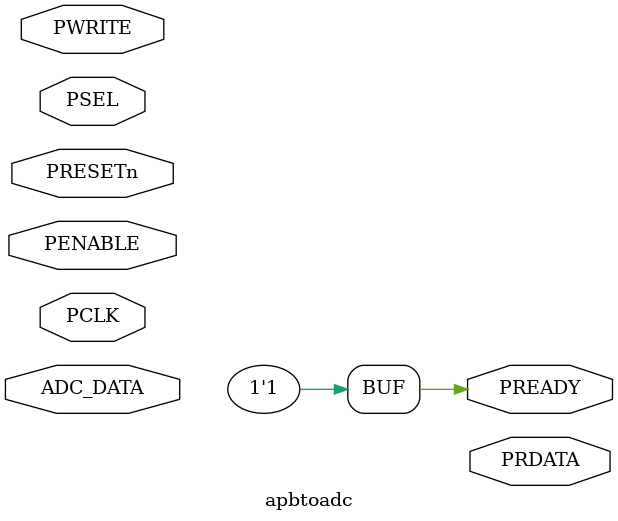
<source format=v>
module apbtoadc(
  input  wire         PCLK,        // APB clock
  input  wire         PRESETn,     // APB reset
  input  wire         PENABLE,     // APB enable
  input  wire         PSEL,        // APB periph select
  input  wire         PWRITE,      // APB write
  output  wire [31:0]  PRDATA,      // APB write data
  output wire PREADY,
  input wire [11:0]  ADC_DATA
);
reg full;
wire wr_en;
wire ready;

assign ready = (~PWRITE) & PSEL & PENABLE;

reg [11:0] dout;

always @(posedge PCLK or negedge PRESETn) begin
    if (PRESETn == 1'b0)begin
      dout <= 0;
      full <= 0;
    end
    else if (wr_en == 1'b1)begin
        if(ready == 1'b1)begin
            full <= 1;
            dout <= ADC_DATA;
        end
        else begin
            full <= 0;
            dout <= dout;
        end
    end
    else begin 
        full <= full;
        dout <= dout;
    end
end

assign wr_en = ~full | ready;
assign PREADY = 1'b1;
endmodule
</source>
